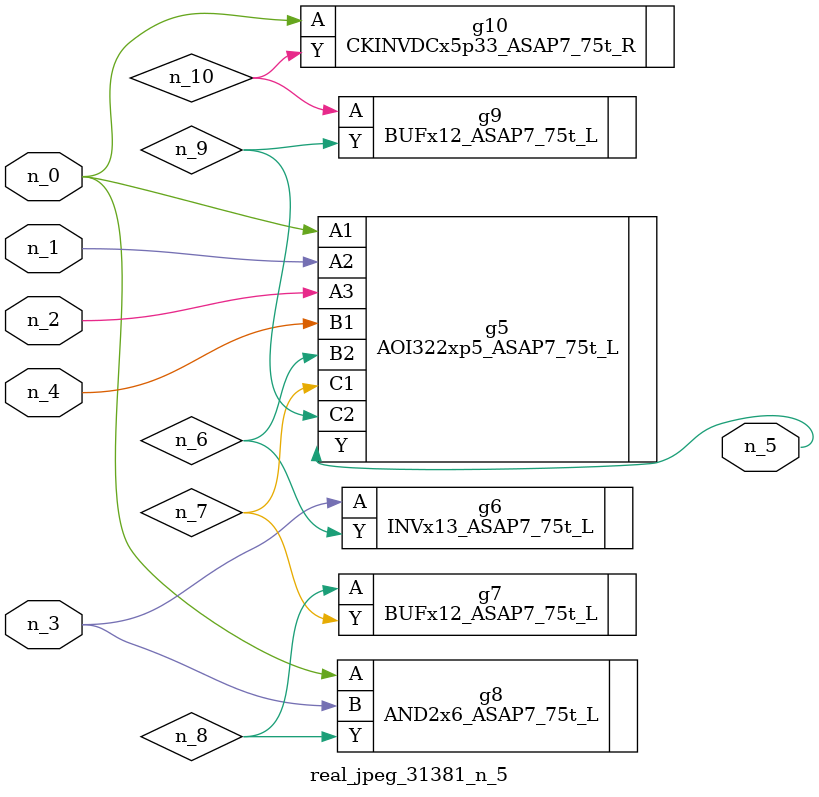
<source format=v>
module real_jpeg_31381_n_5 (n_4, n_0, n_1, n_2, n_3, n_5);

input n_4;
input n_0;
input n_1;
input n_2;
input n_3;

output n_5;

wire n_8;
wire n_6;
wire n_7;
wire n_10;
wire n_9;

AOI322xp5_ASAP7_75t_L g5 ( 
.A1(n_0),
.A2(n_1),
.A3(n_2),
.B1(n_4),
.B2(n_6),
.C1(n_7),
.C2(n_9),
.Y(n_5)
);

AND2x6_ASAP7_75t_L g8 ( 
.A(n_0),
.B(n_3),
.Y(n_8)
);

CKINVDCx5p33_ASAP7_75t_R g10 ( 
.A(n_0),
.Y(n_10)
);

INVx13_ASAP7_75t_L g6 ( 
.A(n_3),
.Y(n_6)
);

BUFx12_ASAP7_75t_L g7 ( 
.A(n_8),
.Y(n_7)
);

BUFx12_ASAP7_75t_L g9 ( 
.A(n_10),
.Y(n_9)
);


endmodule
</source>
